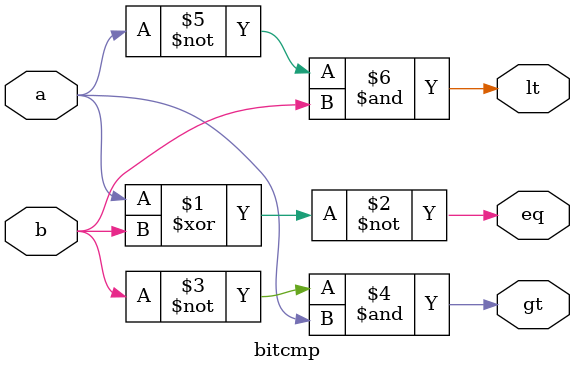
<source format=v>
`timescale 1ns / 1ps


module bitcmp(
    a,b,eq,gt,lt
    );
    input a,b;
    output eq,gt,lt;
    assign eq = ~(a ^ b);
    assign gt = (~b) & a;
    assign lt = (~a) & b;
endmodule

</source>
